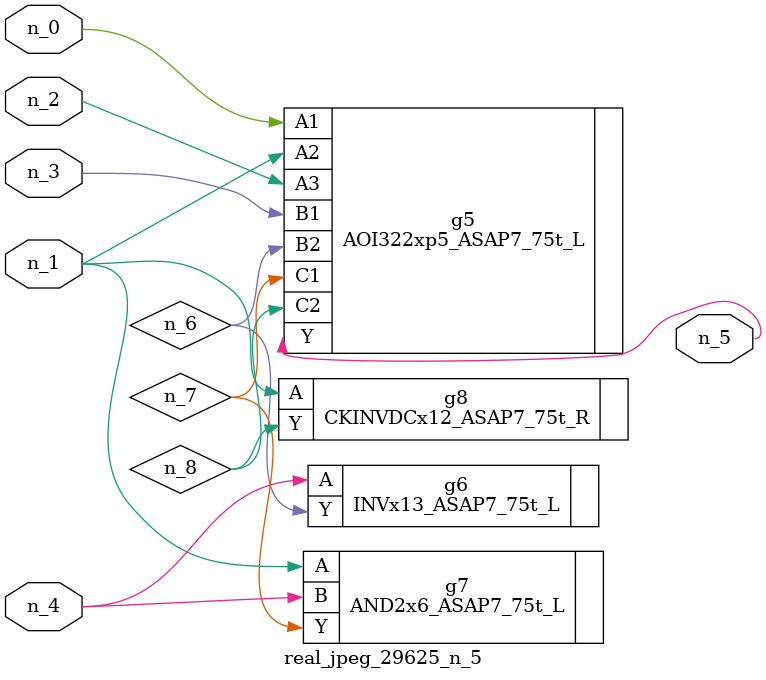
<source format=v>
module real_jpeg_29625_n_5 (n_4, n_0, n_1, n_2, n_3, n_5);

input n_4;
input n_0;
input n_1;
input n_2;
input n_3;

output n_5;

wire n_8;
wire n_6;
wire n_7;

AOI322xp5_ASAP7_75t_L g5 ( 
.A1(n_0),
.A2(n_1),
.A3(n_2),
.B1(n_3),
.B2(n_6),
.C1(n_7),
.C2(n_8),
.Y(n_5)
);

AND2x6_ASAP7_75t_L g7 ( 
.A(n_1),
.B(n_4),
.Y(n_7)
);

CKINVDCx12_ASAP7_75t_R g8 ( 
.A(n_1),
.Y(n_8)
);

INVx13_ASAP7_75t_L g6 ( 
.A(n_4),
.Y(n_6)
);


endmodule
</source>
